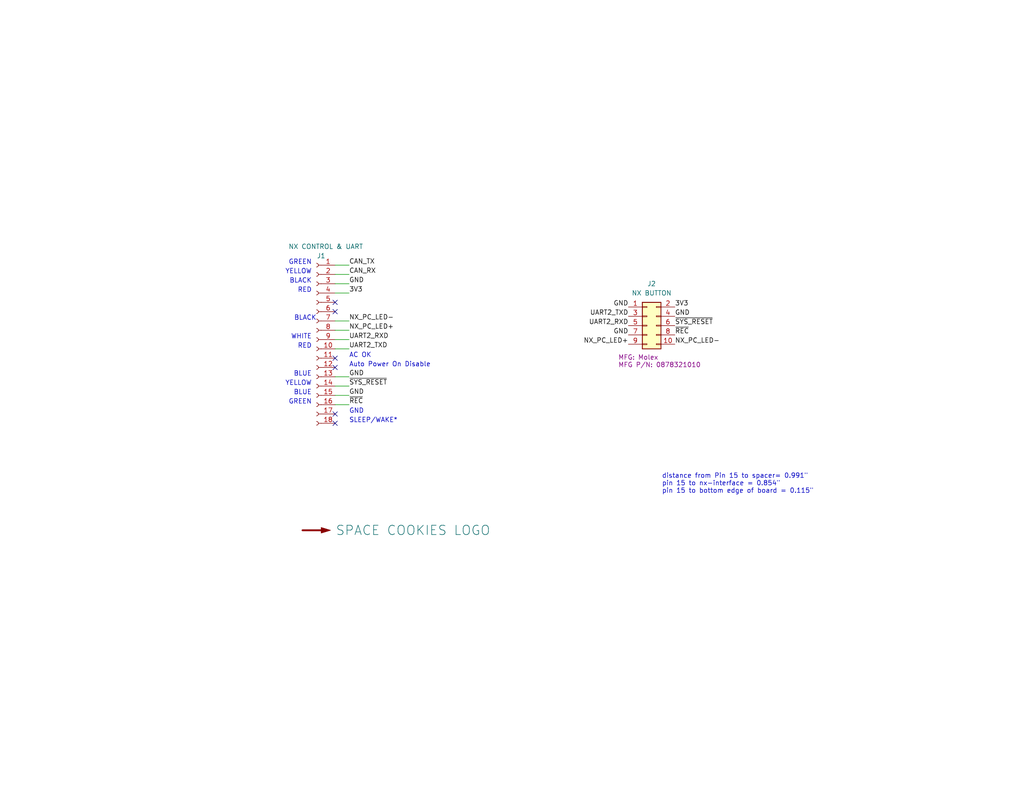
<source format=kicad_sch>
(kicad_sch (version 20250114) (generator "eeschema") (generator_version "9.0")
  (paper "A")
  (title_block (title "NX Button Interface V2") (date "2025-09-16") (rev "2"))
  (lib_symbols
    (symbol "Connector:Conn_01x18_Socket" (pin_names (offset 1.016) (hide yes))
      (property "Reference" "J" (at 0 22.86 0))
      (property "Value" "Conn_01x18_Socket" (at 0 -25.4 0))
      (symbol "Conn_01x18_Socket_1_1"
        (polyline (pts (xy -1.27 20.32) (xy -0.508 20.32)) (stroke (width 0.1524)))
        (polyline (pts (xy -1.27 17.78) (xy -0.508 17.78)) (stroke (width 0.1524)))
        (polyline (pts (xy -1.27 15.24) (xy -0.508 15.24)) (stroke (width 0.1524)))
        (polyline (pts (xy -1.27 12.7) (xy -0.508 12.7)) (stroke (width 0.1524)))
        (polyline (pts (xy -1.27 10.16) (xy -0.508 10.16)) (stroke (width 0.1524)))
        (polyline (pts (xy -1.27 7.62) (xy -0.508 7.62)) (stroke (width 0.1524)))
        (polyline (pts (xy -1.27 5.08) (xy -0.508 5.08)) (stroke (width 0.1524)))
        (polyline (pts (xy -1.27 2.54) (xy -0.508 2.54)) (stroke (width 0.1524)))
        (polyline (pts (xy -1.27 0) (xy -0.508 0)) (stroke (width 0.1524)))
        (polyline (pts (xy -1.27 -2.54) (xy -0.508 -2.54)) (stroke (width 0.1524)))
        (polyline (pts (xy -1.27 -5.08) (xy -0.508 -5.08)) (stroke (width 0.1524)))
        (polyline (pts (xy -1.27 -7.62) (xy -0.508 -7.62)) (stroke (width 0.1524)))
        (polyline (pts (xy -1.27 -10.16) (xy -0.508 -10.16)) (stroke (width 0.1524)))
        (polyline (pts (xy -1.27 -12.7) (xy -0.508 -12.7)) (stroke (width 0.1524)))
        (polyline (pts (xy -1.27 -15.24) (xy -0.508 -15.24)) (stroke (width 0.1524)))
        (polyline (pts (xy -1.27 -17.78) (xy -0.508 -17.78)) (stroke (width 0.1524)))
        (polyline (pts (xy -1.27 -20.32) (xy -0.508 -20.32)) (stroke (width 0.1524)))
        (polyline (pts (xy -1.27 -22.86) (xy -0.508 -22.86)) (stroke (width 0.1524)))
        (arc (start 0 19.812) (mid -0.5058 20.32) (end 0 20.828) (stroke (width 0.1524)))
        (arc (start 0 17.272) (mid -0.5058 17.78) (end 0 18.288) (stroke (width 0.1524)))
        (arc (start 0 14.732) (mid -0.5058 15.24) (end 0 15.748) (stroke (width 0.1524)))
        (arc (start 0 12.192) (mid -0.5058 12.7) (end 0 13.208) (stroke (width 0.1524)))
        (arc (start 0 9.652) (mid -0.5058 10.16) (end 0 10.668) (stroke (width 0.1524)))
        (arc (start 0 7.112) (mid -0.5058 7.62) (end 0 8.128) (stroke (width 0.1524)))
        (arc (start 0 4.572) (mid -0.5058 5.08) (end 0 5.588) (stroke (width 0.1524)))
        (arc (start 0 2.032) (mid -0.5058 2.54) (end 0 3.048) (stroke (width 0.1524)))
        (arc (start 0 -0.508) (mid -0.5058 0) (end 0 0.508) (stroke (width 0.1524)))
        (arc (start 0 -3.048) (mid -0.5058 -2.54) (end 0 -2.032) (stroke (width 0.1524)))
        (arc (start 0 -5.588) (mid -0.5058 -5.08) (end 0 -4.572) (stroke (width 0.1524)))
        (arc (start 0 -8.128) (mid -0.5058 -7.62) (end 0 -7.112) (stroke (width 0.1524)))
        (arc (start 0 -10.668) (mid -0.5058 -10.16) (end 0 -9.652) (stroke (width 0.1524)))
        (arc (start 0 -13.208) (mid -0.5058 -12.7) (end 0 -12.192) (stroke (width 0.1524)))
        (arc (start 0 -15.748) (mid -0.5058 -15.24) (end 0 -14.732) (stroke (width 0.1524)))
        (arc (start 0 -18.288) (mid -0.5058 -17.78) (end 0 -17.272) (stroke (width 0.1524)))
        (arc (start 0 -20.828) (mid -0.5058 -20.32) (end 0 -19.812) (stroke (width 0.1524)))
        (arc (start 0 -23.368) (mid -0.5058 -22.86) (end 0 -22.352) (stroke (width 0.1524)))
        (pin passive line (at -5.08 20.32 0) (length 3.81) (name "Pin_1") (number "1"))
        (pin passive line (at -5.08 17.78 0) (length 3.81) (name "Pin_2") (number "2"))
        (pin passive line (at -5.08 15.24 0) (length 3.81) (name "Pin_3") (number "3"))
        (pin passive line (at -5.08 12.7 0) (length 3.81) (name "Pin_4") (number "4"))
        (pin passive line (at -5.08 10.16 0) (length 3.81) (name "Pin_5") (number "5"))
        (pin passive line (at -5.08 7.62 0) (length 3.81) (name "Pin_6") (number "6"))
        (pin passive line (at -5.08 5.08 0) (length 3.81) (name "Pin_7") (number "7"))
        (pin passive line (at -5.08 2.54 0) (length 3.81) (name "Pin_8") (number "8"))
        (pin passive line (at -5.08 0 0) (length 3.81) (name "Pin_9") (number "9"))
        (pin passive line (at -5.08 -2.54 0) (length 3.81) (name "Pin_10") (number "10"))
        (pin passive line (at -5.08 -5.08 0) (length 3.81) (name "Pin_11") (number "11"))
        (pin passive line (at -5.08 -7.62 0) (length 3.81) (name "Pin_12") (number "12"))
        (pin passive line (at -5.08 -10.16 0) (length 3.81) (name "Pin_13") (number "13"))
        (pin passive line (at -5.08 -12.7 0) (length 3.81) (name "Pin_14") (number "14"))
        (pin passive line (at -5.08 -15.24 0) (length 3.81) (name "Pin_15") (number "15"))
        (pin passive line (at -5.08 -17.78 0) (length 3.81) (name "Pin_16") (number "16"))
        (pin passive line (at -5.08 -20.32 0) (length 3.81) (name "Pin_17") (number "17"))
        (pin passive line (at -5.08 -22.86 0) (length 3.81) (name "Pin_18") (number "18"))
      )
    )
    (symbol "Connector_Generic:Conn_02x05_Odd_Even" (pin_names (offset 1.016) (hide yes))
      (property "Reference" "J" (at 1.27 7.62 0))
      (property "Value" "Conn_02x05_Odd_Even" (at 1.27 -7.62 0))
      (symbol "Conn_02x05_Odd_Even_1_1"
        (rectangle (start -1.27 6.35) (end 3.81 -6.35) (stroke (width 0.254)) (fill (type background)))
        (rectangle (start -1.27 5.207) (end 0 4.953) (stroke (width 0.1524)))
        (rectangle (start -1.27 2.667) (end 0 2.413) (stroke (width 0.1524)))
        (rectangle (start -1.27 0.127) (end 0 -0.127) (stroke (width 0.1524)))
        (rectangle (start -1.27 -2.413) (end 0 -2.667) (stroke (width 0.1524)))
        (rectangle (start -1.27 -4.953) (end 0 -5.207) (stroke (width 0.1524)))
        (rectangle (start 3.81 5.207) (end 2.54 4.953) (stroke (width 0.1524)))
        (rectangle (start 3.81 2.667) (end 2.54 2.413) (stroke (width 0.1524)))
        (rectangle (start 3.81 0.127) (end 2.54 -0.127) (stroke (width 0.1524)))
        (rectangle (start 3.81 -2.413) (end 2.54 -2.667) (stroke (width 0.1524)))
        (rectangle (start 3.81 -4.953) (end 2.54 -5.207) (stroke (width 0.1524)))
        (pin passive line (at -5.08 5.08 0) (length 3.81) (name "Pin_1") (number "1"))
        (pin passive line (at -5.08 2.54 0) (length 3.81) (name "Pin_3") (number "3"))
        (pin passive line (at -5.08 0 0) (length 3.81) (name "Pin_5") (number "5"))
        (pin passive line (at -5.08 -2.54 0) (length 3.81) (name "Pin_7") (number "7"))
        (pin passive line (at -5.08 -5.08 0) (length 3.81) (name "Pin_9") (number "9"))
        (pin passive line (at 7.62 5.08 180) (length 3.81) (name "Pin_2") (number "2"))
        (pin passive line (at 7.62 2.54 180) (length 3.81) (name "Pin_4") (number "4"))
        (pin passive line (at 7.62 0 180) (length 3.81) (name "Pin_6") (number "6"))
        (pin passive line (at 7.62 -2.54 180) (length 3.81) (name "Pin_8") (number "8"))
        (pin passive line (at 7.62 -5.08 180) (length 3.81) (name "Pin_10") (number "10"))
      )
    )
    (symbol "Graphic:SYM_Arrow_Large" (in_bom no) (on_board no)
      (symbol "SYM_Arrow_Large_0_1"
        (polyline (pts (xy 2.54 0) (xy -3.81 0)) (stroke (width 0.508)))
        (polyline (pts (xy 3.81 0) (xy 1.27 -0.762) (xy 1.27 0.762) (xy 3.81 0)) (fill (type outline)))
      )
    )
  )
  (text "RED" (at 85.09 80.01 0) (effects (font (size 1.27 1.27)) (justify right bottom)))
  (text "YELLOW" (at 85.09 74.93 0) (effects (font (size 1.27 1.27)) (justify right bottom)))
  (text "distance from Pin 15 to spacer= 0.991\"\npin 15 to nx-interface = 0.854\"\npin 15 to bottom edge of board = 0.115\"" (at 180.594 132.08 0) (effects (font (size 1.27 1.27)) (justify left)))
  (text "GREEN" (at 85.09 72.39 0) (effects (font (size 1.27 1.27)) (justify right bottom)))
  (text "BLACK" (at 86.36 87.63 0) (effects (font (size 1.27 1.27)) (justify right bottom)))
  (text "GREEN" (at 85.09 110.49 0) (effects (font (size 1.27 1.27)) (justify right bottom)))
  (text "WHITE" (at 85.09 92.71 0) (effects (font (size 1.27 1.27)) (justify right bottom)))
  (text "BLACK" (at 85.09 77.47 0) (effects (font (size 1.27 1.27)) (justify right bottom)))
  (text "BLUE" (at 85.09 107.95 0) (effects (font (size 1.27 1.27)) (justify right bottom)))
  (text "AC OK" (at 95.25 97.79 0) (effects (font (size 1.27 1.27)) (justify left bottom)))
  (text "RED" (at 85.09 95.25 0) (effects (font (size 1.27 1.27)) (justify right bottom)))
  (text "BLUE" (at 85.09 102.87 0) (effects (font (size 1.27 1.27)) (justify right bottom)))
  (text "YELLOW" (at 85.09 105.41 0) (effects (font (size 1.27 1.27)) (justify right bottom)))
  (text "GND" (at 95.25 113.03 0) (effects (font (size 1.27 1.27)) (justify left bottom)))
  (text "Auto Power On Disable" (at 95.25 100.33 0) (effects (font (size 1.27 1.27)) (justify left bottom)))
  (text "SLEEP/WAKE*" (at 95.25 115.57 0) (effects (font (size 1.27 1.27)) (justify left bottom)))
  (no_connect (at 91.44 115.57))
  (no_connect (at 91.44 100.33))
  (no_connect (at 91.44 85.09))
  (no_connect (at 91.44 82.55))
  (no_connect (at 91.44 113.03))
  (no_connect (at 91.44 97.79))
  (wire (pts (xy 95.25 105.41) (xy 91.44 105.41)))
  (wire (pts (xy 95.25 87.63) (xy 91.44 87.63)))
  (wire (pts (xy 95.25 77.47) (xy 91.44 77.47)))
  (wire (pts (xy 95.25 92.71) (xy 91.44 92.71)))
  (wire (pts (xy 95.25 107.95) (xy 91.44 107.95)))
  (wire (pts (xy 95.25 95.25) (xy 91.44 95.25)))
  (wire (pts (xy 95.25 72.39) (xy 91.44 72.39)))
  (wire (pts (xy 95.25 74.93) (xy 91.44 74.93)))
  (wire (pts (xy 91.44 90.17) (xy 95.25 90.17)))
  (wire (pts (xy 95.25 102.87) (xy 91.44 102.87)))
  (wire (pts (xy 95.25 110.49) (xy 91.44 110.49)))
  (wire (pts (xy 95.25 80.01) (xy 91.44 80.01)))
  (label "GND" (at 95.25 107.95 0))
  (label "NX_PC_LED+" (at 171.45 93.98 180))
  (label "~{SYS_RESET}" (at 95.25 105.41 0))
  (label "CAN_TX" (at 95.25 72.39 0))
  (label "~{SYS_RESET}" (at 184.15 88.9 0))
  (label "GND" (at 95.25 77.47 0))
  (label "~{REC}" (at 184.15 91.44 0))
  (label "~{REC}" (at 95.25 110.49 0))
  (label "3V3" (at 184.15 83.82 0))
  (label "UART2_TXD" (at 171.45 86.36 180))
  (label "NX_PC_LED+" (at 95.25 90.17 0))
  (label "NX_PC_LED-" (at 184.15 93.98 0))
  (label "CAN_RX" (at 95.25 74.93 0))
  (label "GND" (at 95.25 102.87 0))
  (label "3V3" (at 95.25 80.01 0))
  (label "GND" (at 184.15 86.36 0))
  (label "UART2_RXD" (at 171.45 88.9 180))
  (label "GND" (at 171.45 91.44 180))
  (label "UART2_RXD" (at 95.25 92.71 0))
  (label "UART2_TXD" (at 95.25 95.25 0))
  (label "NX_PC_LED-" (at 95.25 87.63 0))
  (label "GND" (at 171.45 83.82 180))
  (symbol (lib_id "Connector_Generic:Conn_02x05_Odd_Even") (at 176.53 88.9 0) (unit 1)
    (property "Reference" "J2" (at 177.8 77.47 0))
    (property "Value" "NX BUTTON" (at 177.8 80.01 0))
    (property "Footprint" "NX-ButtonInterface:Molex-878321010" (effects (hide yes)))
    (property "Datasheet" "Components/Molex-878321010_sd.pdf" (effects (hide yes)))
    (property "Description" "Generic connector, double row, 02x05, odd/even pin numbering scheme (row 1 odd numbers, row 2 even numbers), script generated (kicad-library-utils/schlib/autogen/connector/)" (effects (hide yes)))
    (property "MFG" "Molex" (at 168.656 97.536 0) (show_name yes) (effects (justify left)))
    (property "MFG P/N" "0878321010" (at 168.656 99.568 0) (show_name yes) (effects (justify left)))
    (property "DIST" "Digikey" (effects (hide yes)))
    (property "DIST P/N" "WM4227-ND" (effects (hide yes)))
  )
  (symbol (lib_id "Connector:Conn_01x18_Socket") (at 86.36 92.71 0) (mirror y) (unit 1)
    (property "Reference" "J1" (at 87.63 69.85 0))
    (property "Value" "NX CONTROL & UART" (at 88.9 67.31 0))
    (property "Footprint" "Connector_PinSocket_2.54mm:PinSocket_1x18_P2.54mm_Vertical" (effects (hide yes)))
    (property "Datasheet" "Components/Sullins-Female_Headers.100_DS.pdf" (effects (hide yes)))
    (property "MFG" "Sullins Connector Solutions" (effects (hide yes)))
    (property "MFG P/N" "PPTC181LFBN-RC" (effects (hide yes)))
    (property "DIST" "Digikey" (effects (hide yes)))
    (property "DIST P/N" "S7016-ND" (effects (hide yes)))
  )
  (symbol (lib_id "Graphic:SYM_Arrow_Large") (at 86.36 144.78 0) (unit 1) (in_bom no)
    (property "Reference" "LOGO1" (effects (hide yes)))
    (property "Value" "SPACE COOKIES LOGO" (at 91.44 144.78 0) (effects (font (size 2.54 2.54)) (justify left)))
    (property "Footprint" "NX-ButtonInterface:SPACE_COOKIES_LOGO_15mm" (effects (hide yes)))
  )
)
</source>
